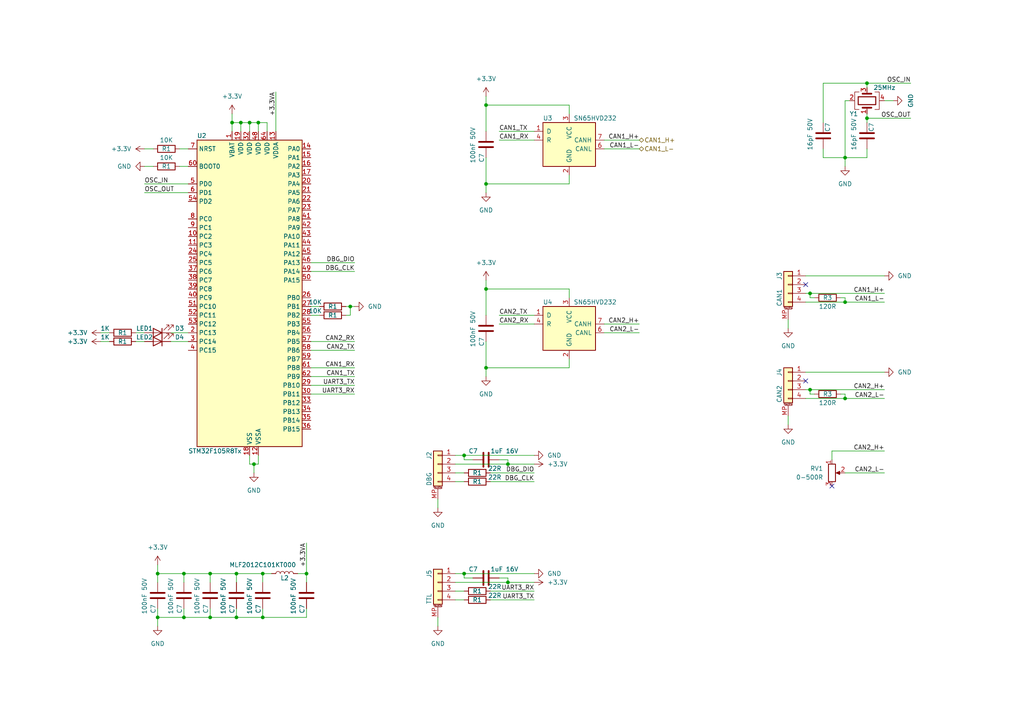
<source format=kicad_sch>
(kicad_sch (version 20230121) (generator eeschema)
  (paper "A4")
  (lib_symbols
    (symbol "Connector_Generic_MountingPin:Conn_01x04_MountingPin" (pin_names (offset 1.016) hide)
      (property "Reference" "J" (at 0 5.08 0))
      (property "Value" "Conn_01x04_MountingPin" (at 1.27 -7.62 0))
      (symbol "Conn_01x04_MountingPin_1_1"
        (rectangle (start -1.27 -4.953) (end 0 -5.207) (stroke (width 0.1524)))
        (rectangle (start -1.27 -2.413) (end 0 -2.667) (stroke (width 0.1524)))
        (rectangle (start -1.27 0.127) (end 0 -0.127) (stroke (width 0.1524)))
        (rectangle (start -1.27 2.667) (end 0 2.413) (stroke (width 0.1524)))
        (rectangle (start -1.27 3.81) (end 1.27 -6.35) (stroke (width 0.254)) (fill (type background)))
        (polyline (pts (xy -1.016 -7.112) (xy 1.016 -7.112)) (stroke (width 0.1524)))
        (text "Mounting" (at 0 -6.731 0) (effects (font (size 0.381 0.381))))
        (pin passive line (at -5.08 2.54 0) (length 3.81) (name "Pin_1") (number "1"))
        (pin passive line (at -5.08 0 0) (length 3.81) (name "Pin_2") (number "2"))
        (pin passive line (at -5.08 -2.54 0) (length 3.81) (name "Pin_3") (number "3"))
        (pin passive line (at -5.08 -5.08 0) (length 3.81) (name "Pin_4") (number "4"))
        (pin passive line (at 0 -10.16 90) (length 3.048) (name "MountPin") (number "MP"))
      )
    )
    (symbol "Device:C" (pin_numbers hide) (pin_names (offset 0.254))
      (property "Reference" "C" (at 0.635 2.54 0))
      (property "Value" "C" (at 0.635 -2.54 0))
      (symbol "C_0_1"
        (polyline (pts (xy -2.032 -0.762) (xy 2.032 -0.762)) (stroke (width 0.508)))
        (polyline (pts (xy -2.032 0.762) (xy 2.032 0.762)) (stroke (width 0.508)))
      )
      (symbol "C_1_1"
        (pin passive line (at 0 3.81 270) (length 2.794) (name "~") (number "1"))
        (pin passive line (at 0 -3.81 90) (length 2.794) (name "~") (number "2"))
      )
    )
    (symbol "Device:Crystal_GND24" (pin_names (offset 1.016) hide)
      (property "Reference" "Y" (at 3.175 5.08 0))
      (property "Value" "Crystal_GND24" (at 3.175 3.175 0))
      (symbol "Crystal_GND24_0_1"
        (rectangle (start -1.143 2.54) (end 1.143 -2.54) (stroke (width 0.3048)))
        (polyline (pts (xy -2.54 0) (xy -2.032 0)))
        (polyline (pts (xy -2.032 -1.27) (xy -2.032 1.27)) (stroke (width 0.508)))
        (polyline (pts (xy 0 -3.81) (xy 0 -3.556)))
        (polyline (pts (xy 0 3.556) (xy 0 3.81)))
        (polyline (pts (xy 2.032 -1.27) (xy 2.032 1.27)) (stroke (width 0.508)))
        (polyline (pts (xy 2.032 0) (xy 2.54 0)))
        (polyline (pts (xy -2.54 -2.286) (xy -2.54 -3.556) (xy 2.54 -3.556) (xy 2.54 -2.286)))
        (polyline (pts (xy -2.54 2.286) (xy -2.54 3.556) (xy 2.54 3.556) (xy 2.54 2.286)))
      )
      (symbol "Crystal_GND24_1_1"
        (pin passive line (at -3.81 0 0) (length 1.27) (name "1") (number "1"))
        (pin passive line (at 0 5.08 270) (length 1.27) (name "2") (number "2"))
        (pin passive line (at 3.81 0 180) (length 1.27) (name "3") (number "3"))
        (pin passive line (at 0 -5.08 90) (length 1.27) (name "4") (number "4"))
      )
    )
    (symbol "Device:L" (pin_numbers hide) (pin_names (offset 1.016) hide)
      (property "Reference" "L" (at -1.27 0 90))
      (property "Value" "L" (at 1.905 0 90))
      (symbol "L_0_1"
        (arc (start 0 -2.54) (mid 0.6323 -1.905) (end 0 -1.27))
        (arc (start 0 -1.27) (mid 0.6323 -0.635) (end 0 0))
        (arc (start 0 0) (mid 0.6323 0.635) (end 0 1.27))
        (arc (start 0 1.27) (mid 0.6323 1.905) (end 0 2.54))
      )
      (symbol "L_1_1"
        (pin passive line (at 0 3.81 270) (length 1.27) (name "1") (number "1"))
        (pin passive line (at 0 -3.81 90) (length 1.27) (name "2") (number "2"))
      )
    )
    (symbol "Device:LED" (pin_numbers hide) (pin_names (offset 1.016) hide)
      (property "Reference" "D" (at 0 2.54 0))
      (property "Value" "LED" (at 0 -2.54 0))
      (symbol "LED_0_1"
        (polyline (pts (xy -1.27 -1.27) (xy -1.27 1.27)) (stroke (width 0.254)))
        (polyline (pts (xy -1.27 0) (xy 1.27 0)))
        (polyline (pts (xy 1.27 -1.27) (xy 1.27 1.27) (xy -1.27 0) (xy 1.27 -1.27)) (stroke (width 0.254)))
        (polyline (pts (xy -3.048 -0.762) (xy -4.572 -2.286) (xy -3.81 -2.286) (xy -4.572 -2.286) (xy -4.572 -1.524)))
        (polyline (pts (xy -1.778 -0.762) (xy -3.302 -2.286) (xy -2.54 -2.286) (xy -3.302 -2.286) (xy -3.302 -1.524)))
      )
      (symbol "LED_1_1"
        (pin passive line (at -3.81 0 0) (length 2.54) (name "K") (number "1"))
        (pin passive line (at 3.81 0 180) (length 2.54) (name "A") (number "2"))
      )
    )
    (symbol "Device:R" (pin_numbers hide) (pin_names (offset 0))
      (property "Reference" "R" (at 2.032 0 90))
      (property "Value" "R" (at 0 0 90))
      (symbol "R_0_1"
        (rectangle (start -1.016 -2.54) (end 1.016 2.54) (stroke (width 0.254)))
      )
      (symbol "R_1_1"
        (pin passive line (at 0 3.81 270) (length 1.27) (name "~") (number "1"))
        (pin passive line (at 0 -3.81 90) (length 1.27) (name "~") (number "2"))
      )
    )
    (symbol "Device:R_Potentiometer" (pin_names (offset 1.016) hide)
      (property "Reference" "RV" (at -4.445 0 90))
      (property "Value" "R_Potentiometer" (at -2.54 0 90))
      (symbol "R_Potentiometer_0_1"
        (polyline (pts (xy 2.54 0) (xy 1.524 0)))
        (polyline (pts (xy 1.143 0) (xy 2.286 0.508) (xy 2.286 -0.508) (xy 1.143 0)) (fill (type outline)))
        (rectangle (start 1.016 2.54) (end -1.016 -2.54) (stroke (width 0.254)))
      )
      (symbol "R_Potentiometer_1_1"
        (pin passive line (at 0 3.81 270) (length 1.27) (name "1") (number "1"))
        (pin passive line (at 3.81 0 180) (length 1.27) (name "2") (number "2"))
        (pin passive line (at 0 -3.81 90) (length 1.27) (name "3") (number "3"))
      )
    )
    (symbol "Interface_CAN_LIN:SN65HVD232" (pin_names (offset 1.016))
      (property "Reference" "U" (at -2.54 10.16 0))
      (property "Value" "SN65HVD232" (at -2.54 7.62 0))
      (symbol "SN65HVD232_0_1"
        (rectangle (start -7.62 5.08) (end 7.62 -7.62) (stroke (width 0.254)) (fill (type background)))
      )
      (symbol "SN65HVD232_1_1"
        (pin input line (at -10.16 2.54 0) (length 2.54) (name "D") (number "1"))
        (pin power_in line (at 0 -10.16 90) (length 2.54) (name "GND") (number "2"))
        (pin power_in line (at 0 7.62 270) (length 2.54) (name "VCC") (number "3"))
        (pin output line (at -10.16 0 0) (length 2.54) (name "R") (number "4"))
        (pin no_connect line (at -7.62 -2.54 0) (length 2.54) hide (name "NC") (number "5"))
        (pin bidirectional line (at 10.16 -2.54 180) (length 2.54) (name "CANL") (number "6"))
        (pin bidirectional line (at 10.16 0 180) (length 2.54) (name "CANH") (number "7"))
        (pin no_connect line (at -7.62 -5.08 0) (length 2.54) hide (name "NC") (number "8"))
      )
    )
    (symbol "MCU_ST_STM32F1:STM32F105R8Tx"
      (property "Reference" "U" (at -15.24 46.99 0))
      (property "Value" "STM32F105R8Tx" (at 10.16 46.99 0))
      (symbol "STM32F105R8Tx_0_1"
        (rectangle (start -15.24 -43.18) (end 15.24 45.72) (stroke (width 0.254)) (fill (type background)))
      )
      (symbol "STM32F105R8Tx_1_1"
        (pin power_in line (at -5.08 48.26 270) (length 2.54) (name "VBAT") (number "1"))
        (pin bidirectional line (at -17.78 17.78 0) (length 2.54) (name "PC2") (number "10"))
        (pin bidirectional line (at -17.78 15.24 0) (length 2.54) (name "PC3") (number "11"))
        (pin power_in line (at 2.54 -45.72 90) (length 2.54) (name "VSSA") (number "12"))
        (pin power_in line (at 7.62 48.26 270) (length 2.54) (name "VDDA") (number "13"))
        (pin bidirectional line (at 17.78 43.18 180) (length 2.54) (name "PA0") (number "14"))
        (pin bidirectional line (at 17.78 40.64 180) (length 2.54) (name "PA1") (number "15"))
        (pin bidirectional line (at 17.78 38.1 180) (length 2.54) (name "PA2") (number "16"))
        (pin bidirectional line (at 17.78 35.56 180) (length 2.54) (name "PA3") (number "17"))
        (pin power_in line (at 0 -45.72 90) (length 2.54) (name "VSS") (number "18"))
        (pin power_in line (at -2.54 48.26 270) (length 2.54) (name "VDD") (number "19"))
        (pin bidirectional line (at -17.78 -10.16 0) (length 2.54) (name "PC13") (number "2"))
        (pin bidirectional line (at 17.78 33.02 180) (length 2.54) (name "PA4") (number "20"))
        (pin bidirectional line (at 17.78 30.48 180) (length 2.54) (name "PA5") (number "21"))
        (pin bidirectional line (at 17.78 27.94 180) (length 2.54) (name "PA6") (number "22"))
        (pin bidirectional line (at 17.78 25.4 180) (length 2.54) (name "PA7") (number "23"))
        (pin bidirectional line (at -17.78 12.7 0) (length 2.54) (name "PC4") (number "24"))
        (pin bidirectional line (at -17.78 10.16 0) (length 2.54) (name "PC5") (number "25"))
        (pin bidirectional line (at 17.78 0 180) (length 2.54) (name "PB0") (number "26"))
        (pin bidirectional line (at 17.78 -2.54 180) (length 2.54) (name "PB1") (number "27"))
        (pin bidirectional line (at 17.78 -5.08 180) (length 2.54) (name "PB2") (number "28"))
        (pin bidirectional line (at 17.78 -25.4 180) (length 2.54) (name "PB10") (number "29"))
        (pin bidirectional line (at -17.78 -12.7 0) (length 2.54) (name "PC14") (number "3"))
        (pin bidirectional line (at 17.78 -27.94 180) (length 2.54) (name "PB11") (number "30"))
        (pin passive line (at 0 -45.72 90) (length 2.54) hide (name "VSS") (number "31"))
        (pin power_in line (at 0 48.26 270) (length 2.54) (name "VDD") (number "32"))
        (pin bidirectional line (at 17.78 -30.48 180) (length 2.54) (name "PB12") (number "33"))
        (pin bidirectional line (at 17.78 -33.02 180) (length 2.54) (name "PB13") (number "34"))
        (pin bidirectional line (at 17.78 -35.56 180) (length 2.54) (name "PB14") (number "35"))
        (pin bidirectional line (at 17.78 -38.1 180) (length 2.54) (name "PB15") (number "36"))
        (pin bidirectional line (at -17.78 7.62 0) (length 2.54) (name "PC6") (number "37"))
        (pin bidirectional line (at -17.78 5.08 0) (length 2.54) (name "PC7") (number "38"))
        (pin bidirectional line (at -17.78 2.54 0) (length 2.54) (name "PC8") (number "39"))
        (pin bidirectional line (at -17.78 -15.24 0) (length 2.54) (name "PC15") (number "4"))
        (pin bidirectional line (at -17.78 0 0) (length 2.54) (name "PC9") (number "40"))
        (pin bidirectional line (at 17.78 22.86 180) (length 2.54) (name "PA8") (number "41"))
        (pin bidirectional line (at 17.78 20.32 180) (length 2.54) (name "PA9") (number "42"))
        (pin bidirectional line (at 17.78 17.78 180) (length 2.54) (name "PA10") (number "43"))
        (pin bidirectional line (at 17.78 15.24 180) (length 2.54) (name "PA11") (number "44"))
        (pin bidirectional line (at 17.78 12.7 180) (length 2.54) (name "PA12") (number "45"))
        (pin bidirectional line (at 17.78 10.16 180) (length 2.54) (name "PA13") (number "46"))
        (pin passive line (at 0 -45.72 90) (length 2.54) hide (name "VSS") (number "47"))
        (pin power_in line (at 2.54 48.26 270) (length 2.54) (name "VDD") (number "48"))
        (pin bidirectional line (at 17.78 7.62 180) (length 2.54) (name "PA14") (number "49"))
        (pin bidirectional line (at -17.78 33.02 0) (length 2.54) (name "PD0") (number "5"))
        (pin bidirectional line (at 17.78 5.08 180) (length 2.54) (name "PA15") (number "50"))
        (pin bidirectional line (at -17.78 -2.54 0) (length 2.54) (name "PC10") (number "51"))
        (pin bidirectional line (at -17.78 -5.08 0) (length 2.54) (name "PC11") (number "52"))
        (pin bidirectional line (at -17.78 -7.62 0) (length 2.54) (name "PC12") (number "53"))
        (pin bidirectional line (at -17.78 27.94 0) (length 2.54) (name "PD2") (number "54"))
        (pin bidirectional line (at 17.78 -7.62 180) (length 2.54) (name "PB3") (number "55"))
        (pin bidirectional line (at 17.78 -10.16 180) (length 2.54) (name "PB4") (number "56"))
        (pin bidirectional line (at 17.78 -12.7 180) (length 2.54) (name "PB5") (number "57"))
        (pin bidirectional line (at 17.78 -15.24 180) (length 2.54) (name "PB6") (number "58"))
        (pin bidirectional line (at 17.78 -17.78 180) (length 2.54) (name "PB7") (number "59"))
        (pin bidirectional line (at -17.78 30.48 0) (length 2.54) (name "PD1") (number "6"))
        (pin input line (at -17.78 38.1 0) (length 2.54) (name "BOOT0") (number "60"))
        (pin bidirectional line (at 17.78 -20.32 180) (length 2.54) (name "PB8") (number "61"))
        (pin bidirectional line (at 17.78 -22.86 180) (length 2.54) (name "PB9") (number "62"))
        (pin passive line (at 0 -45.72 90) (length 2.54) hide (name "VSS") (number "63"))
        (pin power_in line (at 5.08 48.26 270) (length 2.54) (name "VDD") (number "64"))
        (pin input line (at -17.78 43.18 0) (length 2.54) (name "NRST") (number "7"))
        (pin bidirectional line (at -17.78 22.86 0) (length 2.54) (name "PC0") (number "8"))
        (pin bidirectional line (at -17.78 20.32 0) (length 2.54) (name "PC1") (number "9"))
      )
    )
    (symbol "power:+3.3V" (power) (pin_names (offset 0))
      (property "Value" "+3.3V" (at 0 3.556 0))
      (symbol "+3.3V_0_1"
        (polyline (pts (xy -0.762 1.27) (xy 0 2.54)))
        (polyline (pts (xy 0 0) (xy 0 2.54)))
        (polyline (pts (xy 0 2.54) (xy 0.762 1.27)))
      )
      (symbol "+3.3V_1_1"
        (pin power_in line (at 0 0 90) (length 0) hide (name "+3.3V") (number "1"))
      )
    )
    (symbol "power:GND" (power) (pin_names (offset 0))
      (property "Value" "GND" (at 0 -3.81 0))
      (symbol "GND_0_1"
        (polyline (pts (xy 0 0) (xy 0 -1.27) (xy 1.27 -1.27) (xy 0 -2.54) (xy -1.27 -1.27) (xy 0 -1.27)))
      )
      (symbol "GND_1_1"
        (pin power_in line (at 0 0 270) (length 0) hide (name "GND") (number "1"))
      )
    )
  )
  (junction (at 245.11 45.72))
  (junction (at 140.97 83.82))
  (junction (at 60.96 179.07))
  (junction (at 45.72 166.37))
  (junction (at 67.31 35.56))
  (junction (at 69.85 35.56))
  (junction (at 134.62 166.37))
  (junction (at 140.97 106.68))
  (junction (at 245.11 115.57))
  (junction (at 234.95 85.09))
  (junction (at 140.97 30.48))
  (junction (at 134.62 132.08))
  (junction (at 76.2 179.07))
  (junction (at 245.11 87.63))
  (junction (at 88.9 166.37))
  (junction (at 76.2 166.37))
  (junction (at 73.66 134.62))
  (junction (at 74.93 35.56))
  (junction (at 251.46 24.13))
  (junction (at 147.32 134.62))
  (junction (at 68.58 166.37))
  (junction (at 147.32 168.91))
  (junction (at 60.96 166.37))
  (junction (at 234.95 113.03))
  (junction (at 72.39 35.56))
  (junction (at 45.72 179.07))
  (junction (at 140.97 53.34))
  (junction (at 53.34 179.07))
  (junction (at 251.46 34.29))
  (junction (at 53.34 166.37))
  (junction (at 68.58 179.07))
  (junction (at 101.6 88.9))
  (no_connect (at 233.68 110.49))
  (no_connect (at 241.3 140.97))
  (no_connect (at 233.68 82.55))
  (wire (pts (xy 60.96 166.37) (xy 60.96 168.91)))
  (wire (pts (xy 238.76 35.56) (xy 238.76 24.13)))
  (wire (pts (xy 132.08 166.37) (xy 134.62 166.37)))
  (wire (pts (xy 49.53 99.06) (xy 54.61 99.06)))
  (wire (pts (xy 165.1 83.82) (xy 165.1 86.36)))
  (wire (pts (xy 147.32 167.64) (xy 147.32 168.91)))
  (wire (pts (xy 74.93 134.62) (xy 74.93 132.08)))
  (wire (pts (xy 73.66 134.62) (xy 74.93 134.62)))
  (wire (pts (xy 45.72 166.37) (xy 53.34 166.37)))
  (wire (pts (xy 45.72 179.07) (xy 53.34 179.07)))
  (wire (pts (xy 68.58 166.37) (xy 68.58 168.91)))
  (wire (pts (xy 241.3 130.81) (xy 241.3 133.35)))
  (wire (pts (xy 60.96 166.37) (xy 68.58 166.37)))
  (wire (pts (xy 74.93 35.56) (xy 74.93 38.1)))
  (wire (pts (xy 88.9 176.53) (xy 88.9 179.07)))
  (wire (pts (xy 76.2 166.37) (xy 76.2 168.91)))
  (wire (pts (xy 140.97 109.22) (xy 140.97 106.68)))
  (wire (pts (xy 134.62 132.08) (xy 154.94 132.08)))
  (wire (pts (xy 67.31 35.56) (xy 69.85 35.56)))
  (wire (pts (xy 140.97 53.34) (xy 165.1 53.34)))
  (wire (pts (xy 185.42 40.64) (xy 175.26 40.64)))
  (wire (pts (xy 144.78 133.35) (xy 147.32 133.35)))
  (wire (pts (xy 243.84 114.3) (xy 245.11 114.3)))
  (wire (pts (xy 60.96 179.07) (xy 53.34 179.07)))
  (wire (pts (xy 140.97 27.94) (xy 140.97 30.48)))
  (wire (pts (xy 76.2 179.07) (xy 68.58 179.07)))
  (wire (pts (xy 165.1 30.48) (xy 165.1 33.02)))
  (wire (pts (xy 140.97 55.88) (xy 140.97 53.34)))
  (wire (pts (xy 90.17 99.06) (xy 102.87 99.06)))
  (wire (pts (xy 245.11 29.21) (xy 245.11 45.72)))
  (wire (pts (xy 53.34 166.37) (xy 53.34 168.91)))
  (wire (pts (xy 251.46 24.13) (xy 251.46 25.4)))
  (wire (pts (xy 144.78 167.64) (xy 147.32 167.64)))
  (wire (pts (xy 45.72 176.53) (xy 45.72 179.07)))
  (wire (pts (xy 90.17 114.3) (xy 102.87 114.3)))
  (wire (pts (xy 102.87 76.2) (xy 90.17 76.2)))
  (wire (pts (xy 39.37 96.52) (xy 41.91 96.52)))
  (wire (pts (xy 144.78 93.98) (xy 154.94 93.98)))
  (wire (pts (xy 245.11 48.26) (xy 245.11 45.72)))
  (wire (pts (xy 236.22 86.36) (xy 234.95 86.36)))
  (wire (pts (xy 134.62 167.64) (xy 134.62 166.37)))
  (wire (pts (xy 134.62 139.7) (xy 132.08 139.7)))
  (wire (pts (xy 140.97 83.82) (xy 165.1 83.82)))
  (wire (pts (xy 245.11 87.63) (xy 256.54 87.63)))
  (wire (pts (xy 68.58 166.37) (xy 76.2 166.37)))
  (wire (pts (xy 251.46 34.29) (xy 264.16 34.29)))
  (wire (pts (xy 69.85 35.56) (xy 72.39 35.56)))
  (wire (pts (xy 234.95 113.03) (xy 234.95 114.3)))
  (wire (pts (xy 54.61 55.88) (xy 41.91 55.88)))
  (wire (pts (xy 132.08 168.91) (xy 147.32 168.91)))
  (wire (pts (xy 142.24 171.45) (xy 154.94 171.45)))
  (wire (pts (xy 233.68 107.95) (xy 256.54 107.95)))
  (wire (pts (xy 245.11 114.3) (xy 245.11 115.57)))
  (wire (pts (xy 140.97 99.06) (xy 140.97 106.68)))
  (wire (pts (xy 233.68 80.01) (xy 256.54 80.01)))
  (wire (pts (xy 68.58 179.07) (xy 60.96 179.07)))
  (wire (pts (xy 147.32 168.91) (xy 154.94 168.91)))
  (wire (pts (xy 132.08 171.45) (xy 134.62 171.45)))
  (wire (pts (xy 88.9 166.37) (xy 86.36 166.37)))
  (wire (pts (xy 90.17 101.6) (xy 102.87 101.6)))
  (wire (pts (xy 88.9 179.07) (xy 76.2 179.07)))
  (wire (pts (xy 53.34 179.07) (xy 53.34 176.53)))
  (wire (pts (xy 264.16 24.13) (xy 251.46 24.13)))
  (wire (pts (xy 41.91 53.34) (xy 54.61 53.34)))
  (wire (pts (xy 238.76 43.18) (xy 238.76 45.72)))
  (wire (pts (xy 52.07 48.26) (xy 54.61 48.26)))
  (wire (pts (xy 78.74 166.37) (xy 76.2 166.37)))
  (wire (pts (xy 228.6 95.25) (xy 228.6 92.71)))
  (wire (pts (xy 245.11 137.16) (xy 256.54 137.16)))
  (wire (pts (xy 259.08 29.21) (xy 256.54 29.21)))
  (wire (pts (xy 134.62 133.35) (xy 134.62 132.08)))
  (wire (pts (xy 45.72 166.37) (xy 45.72 168.91)))
  (wire (pts (xy 185.42 43.18) (xy 175.26 43.18)))
  (wire (pts (xy 72.39 132.08) (xy 72.39 134.62)))
  (wire (pts (xy 132.08 173.99) (xy 134.62 173.99)))
  (wire (pts (xy 236.22 114.3) (xy 234.95 114.3)))
  (wire (pts (xy 101.6 88.9) (xy 100.33 88.9)))
  (wire (pts (xy 140.97 30.48) (xy 165.1 30.48)))
  (wire (pts (xy 41.91 43.18) (xy 44.45 43.18)))
  (wire (pts (xy 137.16 133.35) (xy 134.62 133.35)))
  (wire (pts (xy 154.94 137.16) (xy 142.24 137.16)))
  (wire (pts (xy 140.97 30.48) (xy 140.97 38.1)))
  (wire (pts (xy 165.1 106.68) (xy 165.1 104.14)))
  (wire (pts (xy 69.85 35.56) (xy 69.85 38.1)))
  (wire (pts (xy 233.68 87.63) (xy 245.11 87.63)))
  (wire (pts (xy 52.07 43.18) (xy 54.61 43.18)))
  (wire (pts (xy 165.1 53.34) (xy 165.1 50.8)))
  (wire (pts (xy 134.62 166.37) (xy 154.94 166.37)))
  (wire (pts (xy 154.94 139.7) (xy 142.24 139.7)))
  (wire (pts (xy 147.32 133.35) (xy 147.32 134.62)))
  (wire (pts (xy 67.31 33.02) (xy 67.31 35.56)))
  (wire (pts (xy 140.97 81.28) (xy 140.97 83.82)))
  (wire (pts (xy 233.68 85.09) (xy 234.95 85.09)))
  (wire (pts (xy 90.17 106.68) (xy 102.87 106.68)))
  (wire (pts (xy 101.6 88.9) (xy 102.87 88.9)))
  (wire (pts (xy 140.97 45.72) (xy 140.97 53.34)))
  (wire (pts (xy 233.68 113.03) (xy 234.95 113.03)))
  (wire (pts (xy 233.68 115.57) (xy 245.11 115.57)))
  (wire (pts (xy 88.9 168.91) (xy 88.9 166.37)))
  (wire (pts (xy 245.11 45.72) (xy 251.46 45.72)))
  (wire (pts (xy 80.01 26.67) (xy 80.01 38.1)))
  (wire (pts (xy 67.31 35.56) (xy 67.31 38.1)))
  (wire (pts (xy 243.84 86.36) (xy 245.11 86.36)))
  (wire (pts (xy 92.71 91.44) (xy 90.17 91.44)))
  (wire (pts (xy 185.42 93.98) (xy 175.26 93.98)))
  (wire (pts (xy 49.53 96.52) (xy 54.61 96.52)))
  (wire (pts (xy 29.21 99.06) (xy 31.75 99.06)))
  (wire (pts (xy 142.24 173.99) (xy 154.94 173.99)))
  (wire (pts (xy 238.76 24.13) (xy 251.46 24.13)))
  (wire (pts (xy 245.11 86.36) (xy 245.11 87.63)))
  (wire (pts (xy 144.78 38.1) (xy 154.94 38.1)))
  (wire (pts (xy 140.97 106.68) (xy 165.1 106.68)))
  (wire (pts (xy 39.37 99.06) (xy 41.91 99.06)))
  (wire (pts (xy 73.66 134.62) (xy 73.66 137.16)))
  (wire (pts (xy 132.08 132.08) (xy 134.62 132.08)))
  (wire (pts (xy 60.96 176.53) (xy 60.96 179.07)))
  (wire (pts (xy 251.46 45.72) (xy 251.46 43.18)))
  (wire (pts (xy 77.47 35.56) (xy 77.47 38.1)))
  (wire (pts (xy 127 181.61) (xy 127 179.07)))
  (wire (pts (xy 29.21 96.52) (xy 31.75 96.52)))
  (wire (pts (xy 185.42 96.52) (xy 175.26 96.52)))
  (wire (pts (xy 90.17 111.76) (xy 102.87 111.76)))
  (wire (pts (xy 90.17 109.22) (xy 102.87 109.22)))
  (wire (pts (xy 137.16 167.64) (xy 134.62 167.64)))
  (wire (pts (xy 127 147.32) (xy 127 144.78)))
  (wire (pts (xy 92.71 88.9) (xy 90.17 88.9)))
  (wire (pts (xy 72.39 35.56) (xy 74.93 35.56)))
  (wire (pts (xy 234.95 113.03) (xy 256.54 113.03)))
  (wire (pts (xy 132.08 134.62) (xy 147.32 134.62)))
  (wire (pts (xy 45.72 179.07) (xy 45.72 181.61)))
  (wire (pts (xy 251.46 33.02) (xy 251.46 34.29)))
  (wire (pts (xy 246.38 29.21) (xy 245.11 29.21)))
  (wire (pts (xy 140.97 83.82) (xy 140.97 91.44)))
  (wire (pts (xy 101.6 88.9) (xy 101.6 91.44)))
  (wire (pts (xy 72.39 35.56) (xy 72.39 38.1)))
  (wire (pts (xy 53.34 166.37) (xy 60.96 166.37)))
  (wire (pts (xy 76.2 176.53) (xy 76.2 179.07)))
  (wire (pts (xy 102.87 78.74) (xy 90.17 78.74)))
  (wire (pts (xy 228.6 123.19) (xy 228.6 120.65)))
  (wire (pts (xy 241.3 130.81) (xy 256.54 130.81)))
  (wire (pts (xy 88.9 157.48) (xy 88.9 166.37)))
  (wire (pts (xy 245.11 115.57) (xy 256.54 115.57)))
  (wire (pts (xy 144.78 40.64) (xy 154.94 40.64)))
  (wire (pts (xy 74.93 35.56) (xy 77.47 35.56)))
  (wire (pts (xy 41.91 48.26) (xy 44.45 48.26)))
  (wire (pts (xy 72.39 134.62) (xy 73.66 134.62)))
  (wire (pts (xy 147.32 134.62) (xy 154.94 134.62)))
  (wire (pts (xy 234.95 86.36) (xy 234.95 85.09)))
  (wire (pts (xy 134.62 137.16) (xy 132.08 137.16)))
  (wire (pts (xy 101.6 91.44) (xy 100.33 91.44)))
  (wire (pts (xy 238.76 45.72) (xy 245.11 45.72)))
  (wire (pts (xy 45.72 163.83) (xy 45.72 166.37)))
  (wire (pts (xy 234.95 85.09) (xy 256.54 85.09)))
  (wire (pts (xy 144.78 91.44) (xy 154.94 91.44)))
  (wire (pts (xy 251.46 35.56) (xy 251.46 34.29)))
  (wire (pts (xy 68.58 176.53) (xy 68.58 179.07)))
  (label "CAN2_H+" (at 256.54 130.81 180))
  (label "DBG_DIO" (at 102.87 76.2 180))
  (label "OSC_IN" (at 41.91 53.34 0))
  (label "CAN2_H+" (at 256.54 113.03 180))
  (label "UART3_TX" (at 102.87 111.76 180))
  (label "UART3_RX" (at 102.87 114.3 180))
  (label "CAN1_L-" (at 256.54 87.63 180))
  (label "+3.3VA" (at 88.9 157.48 270))
  (label "CAN1_H+" (at 185.42 40.64 180))
  (label "CAN1_TX" (at 102.87 109.22 180))
  (label "CAN2_L-" (at 185.42 96.52 180))
  (label "CAN2_L-" (at 256.54 137.16 180))
  (label "CAN2_L-" (at 256.54 115.57 180))
  (label "OSC_IN" (at 264.16 24.13 180))
  (label "CAN2_H+" (at 185.42 93.98 180))
  (label "DBG_DIO" (at 154.94 137.16 180))
  (label "CAN1_H+" (at 256.54 85.09 180))
  (label "OSC_OUT" (at 41.91 55.88 0))
  (label "CAN2_TX" (at 144.78 91.44 0))
  (label "CAN2_RX" (at 102.87 99.06 180))
  (label "CAN1_RX" (at 102.87 106.68 180))
  (label "+3.3VA" (at 80.01 26.67 270))
  (label "UART3_RX" (at 154.94 171.45 180))
  (label "CAN1_L-" (at 185.42 43.18 180))
  (label "CAN1_TX" (at 144.78 38.1 0))
  (label "CAN2_RX" (at 144.78 93.98 0))
  (label "UART3_TX" (at 154.94 173.99 180))
  (label "CAN2_TX" (at 102.87 101.6 180))
  (label "DBG_CLK" (at 154.94 139.7 180))
  (label "CAN1_RX" (at 144.78 40.64 0))
  (label "DBG_CLK" (at 102.87 78.74 180))
  (label "OSC_OUT" (at 264.16 34.29 180))
  (hierarchical_label "CAN1_H+" (shape bidirectional) (at 185.42 40.64 0))
  (hierarchical_label "CAN1_L-" (shape bidirectional) (at 185.42 43.18 0))
  (symbol (lib_id "power:GND") (at 140.97 109.22 0) (unit 1)
    (property "Reference" "#PWR018" (effects hide))
    (property "Value" "GND" (at 140.97 114.3 0))
  )
  (symbol (lib_id "Device:C") (at 88.9 172.72 180) (unit 1)
    (property "Reference" "C7" (at 87.63 175.26 90) (effects (justify left)))
    (property "Value" "100nF 50V" (at 85.09 167.64 90) (effects (justify left)))
    (property "Footprint" "Capacitor_SMD:C_0402_1005Metric" (effects hide))
    (instances (project "F105X3CAN" (path "" (reference "C7") (unit 1)) (path "" (reference "C19") (unit 1))))
  )
  (symbol (lib_id "power:+3.3V") (at 67.31 33.02 0) (unit 1)
    (property "Reference" "#PWR011" (effects hide))
    (property "Value" "+3.3V" (at 67.31 27.94 0))
  )
  (symbol (lib_id "Connector_Generic_MountingPin:Conn_01x04_MountingPin") (at 127 134.62 0) (mirror y) (unit 1)
    (property "Reference" "J2" (at 124.46 133.35 90) (effects (justify left)))
    (property "Value" "DBG" (at 124.46 140.97 90) (effects (justify left)))
    (property "Footprint" "Connector_JST:JST_GH_BM04B-GHS-TBT_1x04-1MP_P1.25mm_Vertical" (effects hide))
  )
  (symbol (lib_id "Device:C") (at 140.97 95.25 180) (unit 1)
    (property "Reference" "C7" (at 139.7 97.79 90) (effects (justify left)))
    (property "Value" "100nF 50V" (at 137.16 90.17 90) (effects (justify left)))
    (property "Footprint" "Capacitor_SMD:C_0402_1005Metric" (effects hide))
    (instances (project "F105X3CAN" (path "" (reference "C7") (unit 1)) (path "" (reference "C12") (unit 1))))
  )
  (symbol (lib_id "Device:R") (at 35.56 99.06 270) (unit 1)
    (property "Reference" "R1" (at 35.56 99.06 90))
    (property "Value" "1K" (at 30.48 97.79 90))
    (property "Footprint" "Resistor_SMD:R_0402_1005Metric" (effects hide))
    (instances (project "F105X3CAN" (path "" (reference "R1") (unit 1)) (path "" (reference "R11") (unit 1))))
  )
  (symbol (lib_id "Device:L") (at 82.55 166.37 90) (unit 1)
    (property "Reference" "L2" (at 82.55 167.64 90))
    (property "Value" "MLF2012C101KT000" (at 76.2 163.83 90))
    (property "Footprint" "Inductor_SMD:L_0805_2012Metric" (effects hide))
  )
  (symbol (lib_id "Connector_Generic_MountingPin:Conn_01x04_MountingPin") (at 228.6 82.55 0) (mirror y) (unit 1)
    (property "Reference" "J3" (at 226.06 81.28 90) (effects (justify left)))
    (property "Value" "CAN1" (at 226.06 88.9 90) (effects (justify left)))
    (property "Footprint" "Connector_JST:JST_GH_BM04B-GHS-TBT_1x04-1MP_P1.25mm_Vertical" (effects hide))
  )
  (symbol (lib_id "Device:C") (at 76.2 172.72 180) (unit 1)
    (property "Reference" "C7" (at 74.93 175.26 90) (effects (justify left)))
    (property "Value" "100nF 50V" (at 72.39 167.64 90) (effects (justify left)))
    (property "Footprint" "Capacitor_SMD:C_0402_1005Metric" (effects hide))
    (instances (project "F105X3CAN" (path "" (reference "C7") (unit 1)) (path "" (reference "C18") (unit 1))))
  )
  (symbol (lib_id "Device:R") (at 240.03 86.36 90) (unit 1)
    (property "Reference" "R3" (at 240.03 86.36 90))
    (property "Value" "120R" (at 240.03 88.9 90))
    (property "Footprint" "Resistor_SMD:R_0603_1608Metric" (effects hide))
    (instances (project "F105X3CAN" (path "" (reference "R3") (unit 1)) (path "" (reference "R14") (unit 1))))
  )
  (symbol (lib_id "Device:LED") (at 45.72 96.52 180) (unit 1)
    (property "Reference" "D3" (at 52.07 95.25 0))
    (property "Value" "LED1" (at 41.91 95.25 0))
    (property "Footprint" "LED_SMD:LED_0603_1608Metric" (effects hide))
  )
  (symbol (lib_id "power:+3.3V") (at 140.97 81.28 0) (unit 1)
    (property "Reference" "#PWR017" (effects hide))
    (property "Value" "+3.3V" (at 140.97 76.2 0))
  )
  (symbol (lib_id "power:+3.3V") (at 140.97 27.94 0) (unit 1)
    (property "Reference" "#PWR016" (effects hide))
    (property "Value" "+3.3V" (at 140.97 22.86 0))
  )
  (symbol (lib_id "power:GND") (at 154.94 166.37 90) (unit 1)
    (property "Reference" "#PWR019" (effects hide))
    (property "Value" "GND" (at 158.75 166.37 90) (effects (justify right)))
  )
  (symbol (lib_id "Device:Crystal_GND24") (at 251.46 29.21 90) (unit 1)
    (property "Reference" "Y1" (at 247.65 33.02 90))
    (property "Value" "25MHz" (at 256.54 25.4 90))
    (property "Footprint" "Crystal:Crystal_SMD_3225-4Pin_3.2x2.5mm" (effects hide))
  )
  (symbol (lib_id "Device:C") (at 140.97 133.35 270) (unit 1)
    (property "Reference" "C7" (at 135.89 130.81 90) (effects (justify left)))
    (property "Value" "1uF 16V" (at 142.24 130.81 90) (effects (justify left)))
    (property "Footprint" "Capacitor_SMD:C_0805_2012Metric" (effects hide))
    (instances (project "F105X3CAN" (path "" (reference "C7") (unit 1)) (path "" (reference "C10") (unit 1))))
  )
  (symbol (lib_id "Connector_Generic_MountingPin:Conn_01x04_MountingPin") (at 127 168.91 0) (mirror y) (unit 1)
    (property "Reference" "J5" (at 124.46 167.64 90) (effects (justify left)))
    (property "Value" "TTL" (at 124.46 175.26 90) (effects (justify left)))
    (property "Footprint" "Connector_JST:JST_GH_BM04B-GHS-TBT_1x04-1MP_P1.25mm_Vertical" (effects hide))
  )
  (symbol (lib_id "power:GND") (at 41.91 48.26 270) (unit 1)
    (property "Reference" "#PWR08" (effects hide))
    (property "Value" "GND" (at 38.1 48.26 90) (effects (justify right)))
  )
  (symbol (lib_id "Device:C") (at 45.72 172.72 180) (unit 1)
    (property "Reference" "C7" (at 44.45 175.26 90) (effects (justify left)))
    (property "Value" "100nF 50V" (at 41.91 167.64 90) (effects (justify left)))
    (property "Footprint" "Capacitor_SMD:C_0402_1005Metric" (effects hide))
    (instances (project "F105X3CAN" (path "" (reference "C7") (unit 1)) (path "" (reference "C14") (unit 1))))
  )
  (symbol (lib_id "power:GND") (at 127 147.32 0) (unit 1)
    (property "Reference" "#PWR012" (effects hide))
    (property "Value" "GND" (at 127 152.4 0))
    (instances (project "F105X3CAN" (path "" (reference "#PWR012") (unit 1)) (path "" (reference "#PWR038") (unit 1))))
  )
  (symbol (lib_id "power:GND") (at 127 181.61 0) (unit 1)
    (property "Reference" "#PWR012" (effects hide))
    (property "Value" "GND" (at 127 186.69 0))
    (instances (project "F105X3CAN" (path "" (reference "#PWR012") (unit 1)) (path "" (reference "#PWR060") (unit 1))))
  )
  (symbol (lib_id "Device:C") (at 60.96 172.72 180) (unit 1)
    (property "Reference" "C7" (at 59.69 175.26 90) (effects (justify left)))
    (property "Value" "100nF 50V" (at 57.15 167.64 90) (effects (justify left)))
    (property "Footprint" "Capacitor_SMD:C_0402_1005Metric" (effects hide))
    (instances (project "F105X3CAN" (path "" (reference "C7") (unit 1)) (path "" (reference "C16") (unit 1))))
  )
  (symbol (lib_id "power:GND") (at 45.72 181.61 0) (unit 1)
    (property "Reference" "#PWR027" (effects hide))
    (property "Value" "GND" (at 45.72 186.69 0))
  )
  (symbol (lib_id "Device:R") (at 138.43 137.16 90) (unit 1)
    (property "Reference" "R1" (at 138.43 137.16 90))
    (property "Value" "22R" (at 143.51 135.89 90))
    (property "Footprint" "Resistor_SMD:R_0402_1005Metric" (effects hide))
    (instances (project "F105X3CAN" (path "" (reference "R1") (unit 1)) (path "" (reference "R6") (unit 1))))
  )
  (symbol (lib_id "power:GND") (at 256.54 80.01 90) (unit 1)
    (property "Reference" "#PWR023" (effects hide))
    (property "Value" "GND" (at 260.35 80.01 90) (effects (justify right)))
  )
  (symbol (lib_id "power:GND") (at 228.6 123.19 0) (unit 1)
    (property "Reference" "#PWR012" (effects hide))
    (property "Value" "GND" (at 228.6 128.27 0))
    (instances (project "F105X3CAN" (path "" (reference "#PWR012") (unit 1)) (path "" (reference "#PWR037") (unit 1))))
  )
  (symbol (lib_id "Device:R") (at 35.56 96.52 270) (unit 1)
    (property "Reference" "R1" (at 35.56 96.52 90))
    (property "Value" "1K" (at 30.48 95.25 90))
    (property "Footprint" "Resistor_SMD:R_0402_1005Metric" (effects hide))
    (instances (project "F105X3CAN" (path "" (reference "R1") (unit 1)) (path "" (reference "R10") (unit 1))))
  )
  (symbol (lib_id "Device:C") (at 251.46 39.37 180) (unit 1)
    (property "Reference" "C7" (at 252.73 35.56 90) (effects (justify left)))
    (property "Value" "16pF 50V" (at 247.65 34.29 90) (effects (justify left)))
    (property "Footprint" "Capacitor_SMD:C_0402_1005Metric" (effects hide))
    (instances (project "F105X3CAN" (path "" (reference "C7") (unit 1)) (path "" (reference "C8") (unit 1))))
  )
  (symbol (lib_id "Device:R") (at 138.43 171.45 90) (unit 1)
    (property "Reference" "R1" (at 138.43 171.45 90))
    (property "Value" "22R" (at 143.51 170.18 90))
    (property "Footprint" "Resistor_SMD:R_0402_1005Metric" (effects hide))
    (instances (project "F105X3CAN" (path "" (reference "R1") (unit 1)) (path "" (reference "R13") (unit 1))))
  )
  (symbol (lib_id "power:+3.3V") (at 45.72 163.83 0) (unit 1)
    (property "Reference" "#PWR028" (effects hide))
    (property "Value" "+3.3V" (at 45.72 158.75 0))
  )
  (symbol (lib_id "Device:R") (at 96.52 88.9 270) (unit 1)
    (property "Reference" "R1" (at 96.52 88.9 90))
    (property "Value" "10K" (at 91.44 87.63 90))
    (property "Footprint" "Resistor_SMD:R_0402_1005Metric" (effects hide))
    (instances (project "F105X3CAN" (path "" (reference "R1") (unit 1)) (path "" (reference "R9") (unit 1))))
  )
  (symbol (lib_id "power:GND") (at 140.97 55.88 0) (unit 1)
    (property "Reference" "#PWR015" (effects hide))
    (property "Value" "GND" (at 140.97 60.96 0))
  )
  (symbol (lib_id "Device:R") (at 48.26 43.18 90) (unit 1)
    (property "Reference" "R1" (at 48.26 43.18 90))
    (property "Value" "10K" (at 48.26 40.64 90))
    (property "Footprint" "Resistor_SMD:R_0402_1005Metric" (effects hide))
    (instances (project "F105X3CAN" (path "" (reference "R1") (unit 1)) (path "" (reference "R4") (unit 1))))
  )
  (symbol (lib_id "power:+3.3V") (at 29.21 96.52 90) (unit 1)
    (property "Reference" "#PWR024" (effects hide))
    (property "Value" "+3.3V" (at 25.4 96.52 90) (effects (justify left)))
  )
  (symbol (lib_id "Device:R") (at 138.43 173.99 90) (unit 1)
    (property "Reference" "R1" (at 138.43 173.99 90))
    (property "Value" "22R" (at 143.51 172.72 90))
    (property "Footprint" "Resistor_SMD:R_0402_1005Metric" (effects hide))
    (instances (project "F105X3CAN" (path "" (reference "R1") (unit 1)) (path "" (reference "R16") (unit 1))))
  )
  (symbol (lib_id "power:+3.3V") (at 154.94 168.91 270) (unit 1)
    (property "Reference" "#PWR020" (effects hide))
    (property "Value" "+3.3V" (at 158.75 168.91 90) (effects (justify left)))
  )
  (symbol (lib_id "Device:R_Potentiometer") (at 241.3 137.16 0) (unit 1)
    (property "Reference" "RV1" (at 238.76 135.89 0) (effects (justify right)))
    (property "Value" "0-500R" (at 238.76 138.43 0) (effects (justify right)))
    (property "Footprint" "Common:Potentiometer_Bourns_TC33X_Vertical" (effects hide))
  )
  (symbol (lib_id "Device:C") (at 238.76 39.37 180) (unit 1)
    (property "Reference" "C7" (at 240.03 35.56 90) (effects (justify left)))
    (property "Value" "16pF 50V" (at 234.95 34.29 90) (effects (justify left)))
    (property "Footprint" "Capacitor_SMD:C_0402_1005Metric" (effects hide))
    (instances (project "F105X3CAN" (path "" (reference "C7") (unit 1)) (path "" (reference "C9") (unit 1))))
  )
  (symbol (lib_id "power:GND") (at 259.08 29.21 90) (unit 1)
    (property "Reference" "#PWR07" (effects hide))
    (property "Value" "GND" (at 264.16 29.21 0))
  )
  (symbol (lib_id "Device:R") (at 240.03 114.3 90) (unit 1)
    (property "Reference" "R3" (at 240.03 114.3 90))
    (property "Value" "120R" (at 240.03 116.84 90))
    (property "Footprint" "Resistor_SMD:R_0603_1608Metric" (effects hide))
    (instances (project "F105X3CAN" (path "" (reference "R3") (unit 1)) (path "" (reference "R15") (unit 1))))
  )
  (symbol (lib_id "Device:C") (at 53.34 172.72 180) (unit 1)
    (property "Reference" "C7" (at 52.07 175.26 90) (effects (justify left)))
    (property "Value" "100nF 50V" (at 49.53 167.64 90) (effects (justify left)))
    (property "Footprint" "Capacitor_SMD:C_0402_1005Metric" (effects hide))
    (instances (project "F105X3CAN" (path "" (reference "C7") (unit 1)) (path "" (reference "C15") (unit 1))))
  )
  (symbol (lib_id "power:+3.3V") (at 154.94 134.62 270) (unit 1)
    (property "Reference" "#PWR013" (effects hide))
    (property "Value" "+3.3V" (at 158.75 134.62 90) (effects (justify left)))
  )
  (symbol (lib_id "Device:C") (at 140.97 167.64 270) (unit 1)
    (property "Reference" "C7" (at 135.89 165.1 90) (effects (justify left)))
    (property "Value" "1uF 16V" (at 142.24 165.1 90) (effects (justify left)))
    (property "Footprint" "Capacitor_SMD:C_0805_2012Metric" (effects hide))
    (instances (project "F105X3CAN" (path "" (reference "C7") (unit 1)) (path "" (reference "C13") (unit 1))))
  )
  (symbol (lib_id "Device:R") (at 138.43 139.7 90) (unit 1)
    (property "Reference" "R1" (at 138.43 139.7 90))
    (property "Value" "22R" (at 143.51 138.43 90))
    (property "Footprint" "Resistor_SMD:R_0402_1005Metric" (effects hide))
    (instances (project "F105X3CAN" (path "" (reference "R1") (unit 1)) (path "" (reference "R7") (unit 1))))
  )
  (symbol (lib_id "power:GND") (at 245.11 48.26 0) (unit 1)
    (property "Reference" "#PWR06" (effects hide))
    (property "Value" "GND" (at 245.11 53.34 0))
  )
  (symbol (lib_id "Device:LED") (at 45.72 99.06 180) (unit 1)
    (property "Reference" "D4" (at 52.07 97.79 0))
    (property "Value" "LED2" (at 41.91 97.79 0))
    (property "Footprint" "LED_SMD:LED_0603_1608Metric" (effects hide))
  )
  (symbol (lib_id "power:GND") (at 228.6 95.25 0) (unit 1)
    (property "Reference" "#PWR012" (effects hide))
    (property "Value" "GND" (at 228.6 100.33 0))
    (instances (project "F105X3CAN" (path "" (reference "#PWR012") (unit 1)) (path "" (reference "#PWR026") (unit 1))))
  )
  (symbol (lib_id "Connector_Generic_MountingPin:Conn_01x04_MountingPin") (at 228.6 110.49 0) (mirror y) (unit 1)
    (property "Reference" "J4" (at 226.06 109.22 90) (effects (justify left)))
    (property "Value" "CAN2" (at 226.06 116.84 90) (effects (justify left)))
    (property "Footprint" "Connector_JST:JST_GH_BM04B-GHS-TBT_1x04-1MP_P1.25mm_Vertical" (effects hide))
  )
  (symbol (lib_id "power:GND") (at 154.94 132.08 90) (unit 1)
    (property "Reference" "#PWR014" (effects hide))
    (property "Value" "GND" (at 158.75 132.08 90) (effects (justify right)))
  )
  (symbol (lib_id "power:GND") (at 256.54 107.95 90) (unit 1)
    (property "Reference" "#PWR021" (effects hide))
    (property "Value" "GND" (at 260.35 107.95 90) (effects (justify right)))
  )
  (symbol (lib_id "MCU_ST_STM32F1:STM32F105R8Tx") (at 72.39 86.36 0) (unit 1)
    (property "Reference" "U2" (at 57.15 39.37 0) (effects (justify left)))
    (property "Value" "STM32F105R8Tx" (at 54.61 130.81 0) (effects (justify left)))
    (property "Footprint" "Package_QFP:LQFP-64_10x10mm_P0.5mm" (effects hide))
    (property "Datasheet" "https://www.st.com/resource/en/datasheet/stm32f105r8.pdf" (effects hide))
  )
  (symbol (lib_id "Device:C") (at 68.58 172.72 180) (unit 1)
    (property "Reference" "C7" (at 67.31 175.26 90) (effects (justify left)))
    (property "Value" "100nF 50V" (at 64.77 167.64 90) (effects (justify left)))
    (property "Footprint" "Capacitor_SMD:C_0402_1005Metric" (effects hide))
    (instances (project "F105X3CAN" (path "" (reference "C7") (unit 1)) (path "" (reference "C17") (unit 1))))
  )
  (symbol (lib_id "Interface_CAN_LIN:SN65HVD232") (at 165.1 93.98 0) (unit 1)
    (property "Reference" "U4" (at 157.48 87.63 0) (effects (justify left)))
    (property "Value" "SN65HVD232" (at 166.37 87.63 0) (effects (justify left)))
    (property "Footprint" "Package_SO:SOIC-8_3.9x4.9mm_P1.27mm" (effects hide))
    (property "Datasheet" "http://www.ti.com/lit/ds/symlink/sn65hvd230.pdf" (effects hide))
  )
  (symbol (lib_id "Interface_CAN_LIN:SN65HVD232") (at 165.1 40.64 0) (unit 1)
    (property "Reference" "U3" (at 157.48 34.29 0) (effects (justify left)))
    (property "Value" "SN65HVD232" (at 166.37 34.29 0) (effects (justify left)))
    (property "Footprint" "Package_SO:SOIC-8_3.9x4.9mm_P1.27mm" (effects hide))
    (property "Datasheet" "http://www.ti.com/lit/ds/symlink/sn65hvd230.pdf" (effects hide))
  )
  (symbol (lib_id "Device:R") (at 96.52 91.44 270) (unit 1)
    (property "Reference" "R1" (at 96.52 91.44 90))
    (property "Value" "10K" (at 91.44 90.17 90))
    (property "Footprint" "Resistor_SMD:R_0402_1005Metric" (effects hide))
    (instances (project "F105X3CAN" (path "" (reference "R1") (unit 1)) (path "" (reference "R8") (unit 1))))
  )
  (symbol (lib_id "power:GND") (at 102.87 88.9 90) (unit 1)
    (property "Reference" "#PWR022" (effects hide))
    (property "Value" "GND" (at 106.68 88.9 90) (effects (justify right)))
  )
  (symbol (lib_id "power:GND") (at 73.66 137.16 0) (unit 1)
    (property "Reference" "#PWR010" (effects hide))
    (property "Value" "GND" (at 73.66 142.24 0))
  )
  (symbol (lib_id "Device:C") (at 140.97 41.91 180) (unit 1)
    (property "Reference" "C7" (at 139.7 44.45 90) (effects (justify left)))
    (property "Value" "100nF 50V" (at 137.16 36.83 90) (effects (justify left)))
    (property "Footprint" "Capacitor_SMD:C_0402_1005Metric" (effects hide))
    (instances (project "F105X3CAN" (path "" (reference "C7") (unit 1)) (path "" (reference "C11") (unit 1))))
  )
  (symbol (lib_id "power:+3.3V") (at 41.91 43.18 90) (unit 1)
    (property "Reference" "#PWR09" (effects hide))
    (property "Value" "+3.3V" (at 38.1 43.18 90) (effects (justify left)))
  )
  (symbol (lib_id "Device:R") (at 48.26 48.26 90) (unit 1)
    (property "Reference" "R1" (at 48.26 48.26 90))
    (property "Value" "10K" (at 48.26 45.72 90))
    (property "Footprint" "Resistor_SMD:R_0402_1005Metric" (effects hide))
    (instances (project "F105X3CAN" (path "" (reference "R1") (unit 1)) (path "" (reference "R5") (unit 1))))
  )
  (symbol (lib_id "power:+3.3V") (at 29.21 99.06 90) (unit 1)
    (property "Reference" "#PWR025" (effects hide))
    (property "Value" "+3.3V" (at 25.4 99.06 90) (effects (justify left)))
  )
)
</source>
